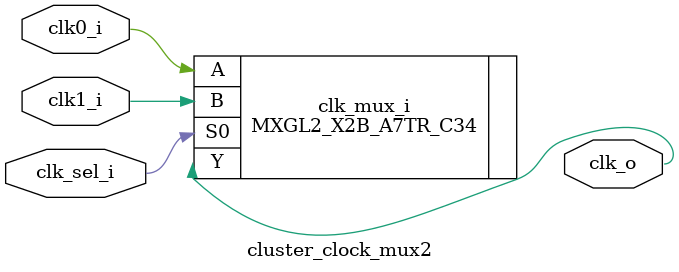
<source format=sv>


module cluster_clock_mux2
(
    input  logic clk0_i,
    input  logic clk1_i,
    input  logic clk_sel_i,
    output logic clk_o
  );

  MXGL2_X2B_A7TR_C34 clk_mux_i
  (
    .A  ( clk0_i    ),
    .B  ( clk1_i    ),
    .S0 ( clk_sel_i ),
    .Y  ( clk_o     )
  );

endmodule

</source>
